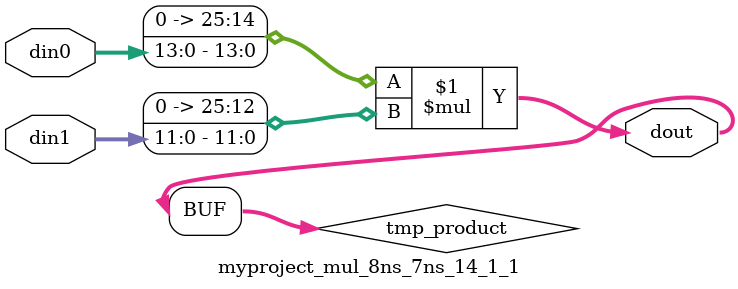
<source format=v>

`timescale 1 ns / 1 ps

 module myproject_mul_8ns_7ns_14_1_1(din0, din1, dout);
parameter ID = 1;
parameter NUM_STAGE = 0;
parameter din0_WIDTH = 14;
parameter din1_WIDTH = 12;
parameter dout_WIDTH = 26;

input [din0_WIDTH - 1 : 0] din0; 
input [din1_WIDTH - 1 : 0] din1; 
output [dout_WIDTH - 1 : 0] dout;

wire signed [dout_WIDTH - 1 : 0] tmp_product;
























assign tmp_product = $signed({1'b0, din0}) * $signed({1'b0, din1});











assign dout = tmp_product;





















endmodule

</source>
